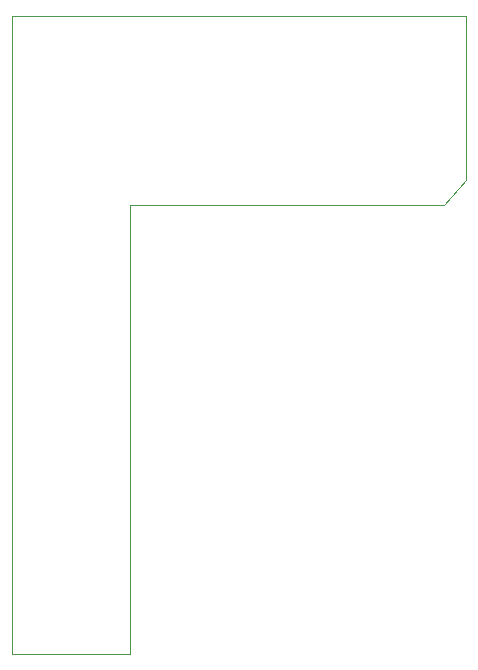
<source format=gbr>
%TF.GenerationSoftware,KiCad,Pcbnew,9.0.4-9.0.4-0~ubuntu22.04.1*%
%TF.CreationDate,2025-10-27T10:58:52+05:30*%
%TF.ProjectId,Pin_Socket,50696e5f-536f-4636-9b65-742e6b696361,rev?*%
%TF.SameCoordinates,Original*%
%TF.FileFunction,Profile,NP*%
%FSLAX46Y46*%
G04 Gerber Fmt 4.6, Leading zero omitted, Abs format (unit mm)*
G04 Created by KiCad (PCBNEW 9.0.4-9.0.4-0~ubuntu22.04.1) date 2025-10-27 10:58:52*
%MOMM*%
%LPD*%
G01*
G04 APERTURE LIST*
%TA.AperFunction,Profile*%
%ADD10C,0.050000*%
%TD*%
G04 APERTURE END LIST*
D10*
X165770000Y-75954202D02*
X163860907Y-78054200D01*
X137270000Y-78054200D01*
X137270000Y-116054200D01*
X127270000Y-116054200D01*
X127270000Y-62054200D01*
X165770000Y-62054200D01*
X165770000Y-75954202D01*
M02*

</source>
